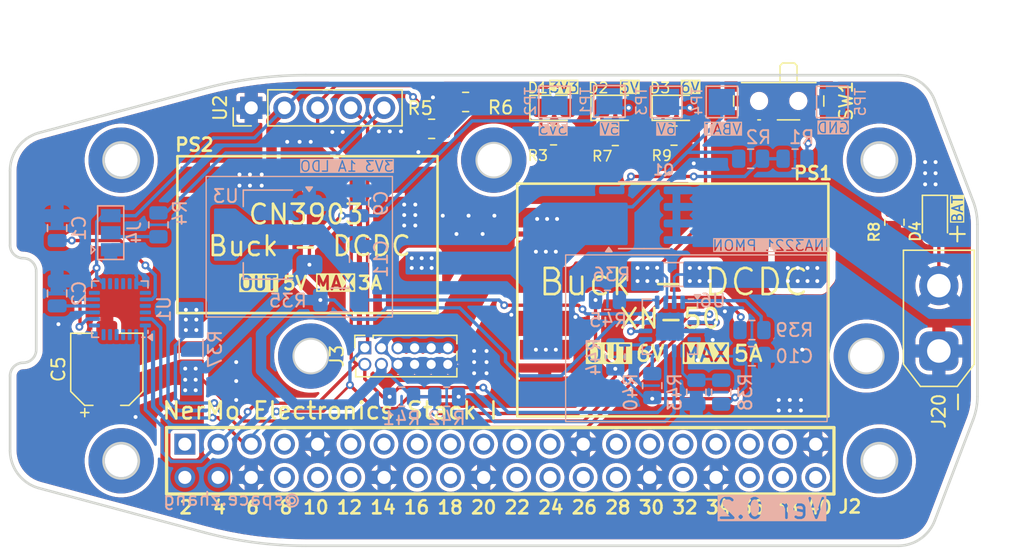
<source format=kicad_pcb>
(kicad_pcb (version 20241229) (generator "pcbnew") (generator_version "9.0")
  (layers (0 "F.Cu" signal) (2 "B.Cu" signal) (13 "F.Paste" user) (15 "B.Paste" user) (5 "F.SilkS" user "F.Silkscreen") (7 "B.SilkS" user "B.Silkscreen") (1 "F.Mask" user) (3 "B.Mask" user) (25 "Edge.Cuts" user))
  (net 0 "")
  (net 1 "+6V")
  (net 2 "GND")
  (net 3 "+3.3V")
  (net 4 "Net-(D1-K)")
  (net 5 "+5V")
  (net 6 "Net-(D2-K)")
  (net 7 "Net-(D3-K)")
  (net 8 "+3.3V_PWR")
  (net 33 "/I2C_SDA")
  (net 34 "/I2C_SCL")
  (net 39 "Net-(J4-Pin_2)")
  (net 40 "Net-(Q1-G)")
  (net 41 "/IMU1_I2C_Sel")
  (net 43 "VBAT_IN")
  (net 44 "VBAT")
  (net 45 "+6V_PWR")
  (net 46 "+5V_PWR")
  (net 47 "/Power Supply/SW_PWR_ON")
  (net 48 "/Power Supply/INA_Addr_Sel")
  (net 49 "Net-(U6-VPU)")
  (net 50 "Net-(U6-PV)")
  (net 51 "Net-(U6-WARNING)")
  (net 52 "Net-(U6-CRITICAL)")
  (net 53 "Net-(U6-TC)")
  (net 54 "Net-(D4-K)")
  (net 55 "Net-(U1-CPOUT)")
  (net 56 "Net-(U1-REGOUT)")
  (footprint "Connector_AMASS:AMASS_XT30UPB-M_1x02_P5.0mm_Vertical" (layer "F.Cu") (at 134.05 103.1 90)
    (property "Reference" "J20")
    (property "Value" "VBAT_IN")
  )
  (footprint "" (layer "F.Cu") (at 100 88.5)
    (property "Reference" "*REF" (hide yes))
    (property "Value" "")
  )
  (footprint "" (layer "F.Cu") (at 86.000035 103.487859)
    (property "Reference" "*REF" (hide yes))
    (property "Value" "")
  )
  (footprint "Resistor_SMD:R_0805_2012Metric" (layer "F.Cu") (at 109.3 86.65)
    (property "Reference" "R7")
    (property "Value" "1k")
  )
  (footprint "Custom_Modules:CN3903 3A DCDC" (layer "F.Cu") (at 96 100.5 180)
    (property "Reference" "PS2")
    (property "Value" "CN3903")
  )
  (footprint "Resistor_SMD:R_0805_2012Metric" (layer "F.Cu") (at 130.65 93.25 -90)
    (property "Reference" "R8")
    (property "Value" "3k")
  )
  (footprint "Custom_Modules:XN-50 5A DCDC" (layer "F.Cu") (at 101.5 90)
    (property "Reference" "PS1")
    (property "Value" "XN-50")
  )
  (footprint "LED_SMD:LED_0805_2012Metric_Pad1.15x1.40mm_HandSolder" (layer "F.Cu") (at 133.75 93.05 -90)
    (property "Reference" "D4")
    (property "Value" "LED")
  )
  (footprint "LED_SMD:LED_0805_2012Metric_Pad1.15x1.40mm_HandSolder" (layer "F.Cu") (at 104.625 84.5)
    (property "Reference" "D1")
    (property "Value" "LED")
  )
  (footprint "Connector_PinHeader_2.54mm:PinHeader_1x05_P2.54mm_Vertical" (layer "F.Cu") (at 81.45 84.5 90)
    (property "Reference" "U2")
    (property "Value" "~")
  )
  (footprint "" (layer "F.Cu") (at 71.5 88.5)
    (property "Reference" "*REF" (hide yes))
    (property "Value" "")
  )
  (footprint "" (layer "F.Cu") (at 129.5 111.5)
    (property "Reference" "*REF" (hide yes))
    (property "Value" "")
  )
  (footprint "Resistor_SMD:R_0805_2012Metric" (layer "F.Cu") (at 113.792 86.625)
    (property "Reference" "R9")
    (property "Value" "2k")
  )
  (footprint "Connector_PinSocket_1.27mm:PinSocket_2x06_P1.27mm_Vertical" (layer "F.Cu") (at 90.135035 102.852859 90)
    (property "Reference" "J3")
    (property "Value" "Conn_02x06_Odd_Even")
  )
  (footprint "LED_SMD:LED_0805_2012Metric_Pad1.15x1.40mm_HandSolder" (layer "F.Cu") (at 113.975 84.5)
    (property "Reference" "D3")
    (property "Value" "LED")
  )
  (footprint "" (layer "F.Cu") (at 129.5 88.5)
    (property "Reference" "*REF" (hide yes))
    (property "Value" "")
  )
  (footprint "" (layer "F.Cu") (at 71.5 111.5)
    (property "Reference" "*REF" (hide yes))
    (property "Value" "")
  )
  (footprint "Resistor_SMD:R_0805_2012Metric" (layer "F.Cu") (at 95.25 86.106)
    (property "Reference" "R5")
    (property "Value" "10k")
  )
  (footprint "Button_Switch_SMD:SW_SPDT_PCM12" (layer "F.Cu") (at 121.8 84.3 180)
    (property "Reference" "SW1")
    (property "Value" "SW_SPDT")
  )
  (footprint "LED_SMD:LED_0805_2012Metric_Pad1.15x1.40mm_HandSolder" (layer "F.Cu") (at 109.3 84.5)
    (property "Reference" "D2")
    (property "Value" "LED")
  )
  (footprint "Custom_Modules:Raspberry_Pi_Zero_2_W_HDR-TH" (layer "F.Cu") (at 100.5 111.5)
    (property "Reference" "J2")
    (property "Value" "Raspberry_Pi_Zero")
  )
  (footprint "Resistor_SMD:R_0805_2012Metric" (layer "F.Cu") (at 97.85 84.05)
    (property "Reference" "R6")
    (property "Value" "10k")
  )
  (footprint "Resistor_SMD:R_0805_2012Metric" (layer "F.Cu") (at 104.575 86.6)
    (property "Reference" "R3")
    (property "Value" "300")
  )
  (footprint "" (layer "F.Cu") (at 128.5 103.487859)
    (property "Reference" "*REF" (hide yes))
    (property "Value" "")
  )
  (footprint "Capacitor_SMD:CP_Elec_5x3" (layer "F.Cu") (at 70.4 104.5 90)
    (property "Reference" "C5")
    (property "Value" "470 µF")
  )
  (footprint "Resistor_SMD:R_1206_3216Metric" (layer "B.Cu") (at 88.2 99.2)
    (property "Reference" "R35")
    (property "Value" "0.05")
  )
  (footprint "Package_DFN_QFN:Texas_RGV0016A_VQFN-16-1EP_4x4mm_P0.65mm_EP2.1x2.1mm" (layer "B.Cu") (at 113.475 101.2375 180)
    (property "Reference" "U6")
    (property "Value" "INA3221")
  )
  (footprint "Resistor_SMD:R_0805_2012Metric" (layer "B.Cu") (at 108.7 99.2 180)
    (property "Reference" "R45")
    (property "Value" "10k")
  )
  (footprint "Capacitor_SMD:C_0805_2012Metric" (layer "B.Cu") (at 89.7 91.8 90)
    (property "Reference" "C9")
    (property "Value" "10 uF")
  )
  (footprint "Resistor_SMD:R_0805_2012Metric" (layer "B.Cu") (at 115.5 106.25 -90)
    (property "Reference" "R43")
    (property "Value" "10k")
  )
  (footprint "Resistor_SMD:R_0805_2012Metric" (layer "B.Cu") (at 109.3 103.55 -90)
    (property "Reference" "R44")
    (property "Value" "10k")
  )
  (footprint "Resistor_SMD:R_1206_3216Metric" (layer "B.Cu") (at 76.85 102.95 90)
    (property "Reference" "R37")
    (property "Value" "0.05")
  )
  (footprint "Resistor_SMD:R_0805_2012Metric" (layer "B.Cu") (at 119.65 88.392 180)
    (property "Reference" "R2")
    (property "Value" "100k")
  )
  (footprint "TestPoint:TestPoint_Pad_2.0x2.0mm" (layer "B.Cu") (at 125.9 84.05)
    (property "Reference" "TP5")
    (property "Value" "GND Test Point")
  )
  (footprint "TestPoint:TestPoint_Pad_2.0x2.0mm" (layer "B.Cu") (at 104.65 84.05)
    (property "Reference" "TP2")
    (property "Value" "3V3 Test Point")
  )
  (footprint "Resistor_SMD:R_0805_2012Metric" (layer "B.Cu") (at 74.35 93.45 -90)
    (property "Reference" "R4")
    (property "Value" "4k7")
  )
  (footprint "Resistor_SMD:R_1206_3216Metric" (layer "B.Cu") (at 113.75 97.25)
    (property "Reference" "R36")
    (property "Value" "0.05")
  )
  (footprint "TestPoint:TestPoint_Pad_2.0x2.0mm" (layer "B.Cu") (at 108.85 84 180)
    (property "Reference" "TP1")
    (property "Value" "5V Test Point")
  )
  (footprint "Capacitor_SMD:C_0805_2012Metric" (layer "B.Cu") (at 66.6 98.7 90)
    (property "Reference" "C2")
    (property "Value" "0.1uF")
  )
  (footprint "Package_TO_SOT_SMD:SOT-223-3_TabPin2" (layer "B.Cu") (at 82.75 94.2 180)
    (property "Reference" "U3")
    (property "Value" "AMS1117-3.3")
  )
  (footprint "Resistor_SMD:R_0805_2012Metric" (layer "B.Cu") (at 117.4 106.25 90)
    (property "Reference" "R38")
    (property "Value" "10k")
  )
  (footprint "Sensor_Motion:InvenSense_QFN-24_4x4mm_P0.5mm" (layer "B.Cu") (at 71.4 99.9 90)
    (property "Reference" "U1")
    (property "Value" "MPU-6050")
  )
  (footprint "TestPoint:TestPoint_Pad_2.0x2.0mm" (layer "B.Cu") (at 113.2 84.05)
    (property "Reference" "TP3")
    (property "Value" "6V Test Point")
  )
  (footprint "Capacitor_SMD:C_0805_2012Metric" (layer "B.Cu") (at 66.6 93.7 90)
    (property "Reference" "C1")
    (property "Value" "2.2uF")
  )
  (footprint "Resistor_SMD:R_0805_2012Metric" (layer "B.Cu") (at 96.4 106.6 180)
    (property "Reference" "R42")
    (property "Value" "10k")
  )
  (footprint "Jumper:SolderJumper-3_P1.3mm_Open_Pad1.0x1.5mm" (layer "B.Cu") (at 70.7 94.05 90)
    (property "Reference" "J4")
    (property "Value" "Address_Sel")
  )
  (footprint "Resistor_SMD:R_0805_2012Metric" (layer "B.Cu") (at 92.95 106.6)
    (property "Reference" "R41")
    (property "Value" "10k")
  )
  (footprint "Capacitor_SMD:C_0805_2012Metric" (layer "B.Cu") (at 119.75 103.5)
    (property "Reference" "C10")
    (property "Value" "0.1 uF")
  )
  (footprint "TestPoint:TestPoint_Pad_2.0x2.0mm" (layer "B.Cu") (at 117.45 84.05)
    (property "Reference" "TP4")
    (property "Value" "VBAT Test Point")
  )
  (footprint "Resistor_SMD:R_0805_2012Metric" (layer "B.Cu") (at 112.125 105.75 -90)
    (property "Reference" "R40")
    (property "Value" "10k")
  )
  (footprint "Resistor_SMD:R_0805_2012Metric" (layer "B.Cu") (at 119.75 101.5 180)
    (property "Reference" "R39")
    (property "Value" "10k")
  )
  (footprint "Resistor_SMD:R_0805_2012Metric" (layer "B.Cu") (at 123.05 88.392 180)
    (property "Reference" "R1")
    (property "Value" "1k")
  )
  (footprint "Capacitor_SMD:C_0805_2012Metric" (layer "B.Cu") (at 89.7 96.05 90)
    (property "Reference" "C11")
    (property "Value" "22 uF")
  )
  (footprint "Package_SO:SOIC-8_3.9x4.9mm_P1.27mm" (layer "B.Cu") (at 111.5 92.71)
    (property "Reference" "Q1")
    (property "Value" "IRF7404")
  )
  (gr_rect (start 105.5 95.75) (end 125.5 108.5) (stroke (width 0.1)) (fill no) (layer "B.SilkS"))
  (gr_rect (start 78 89.75) (end 92.25 100.5) (stroke (width 0.1)) (fill no) (layer "B.SilkS"))
  (gr_arc (start 65 102.999975) (mid 64.707101 103.707108) (end 64 104) (stroke (width 0.2)) (layer "Edge.Cuts"))
  (gr_line (start 133.736002 116.067995) (end 136.672444 108.359834) (stroke (width 0.2)) (layer "Edge.Cuts"))
  (gr_arc (start 64 96) (mid 64.707066 96.292912) (end 64.999925 97.000075) (stroke (width 0.2)) (layer "Edge.Cuts"))
  (gr_line (start 63 89.301975) (end 63 95.012239) (stroke (width 0.2)) (layer "Edge.Cuts"))
  (gr_line (start 65 97.000075) (end 65 102.999975) (stroke (width 0.2)) (layer "Edge.Cuts"))
  (gr_arc (start 63 89.301975) (mid 63.619941 87.475699) (end 65.208258 86.408299) (stroke (width 0.2)) (layer "Edge.Cuts"))
  (gr_line (start 65.223485 113.595782) (end 77.845197 116.977759) (stroke (width 0.2)) (layer "Edge.Cuts"))
  (gr_circle (center 100 88.5) (end 101.3 88.5) (stroke (width 0.2)) (fill no) (layer "Edge.Cuts"))
  (gr_line (start 137 106.579875) (end 137 93.420075) (stroke (width 0.2)) (layer "Edge.Cuts"))
  (gr_circle (center 129.5 88.5) (end 130.85 88.5) (stroke (width 0.2)) (fill no) (layer "Edge.Cuts"))
  (gr_circle (center 86.000035 103.487859) (end 87.300035 103.487859) (stroke (width 0.2)) (fill no) (layer "Edge.Cuts"))
  (gr_arc (start 65.223485 113.595782) (mid 63.619938 112.524304) (end 63 110.719746) (stroke (width 0.2)) (layer "Edge.Cuts"))
  (gr_arc (start 63 104.999925) (mid 63.292881 104.292859) (end 64 104) (stroke (width 0.2)) (layer "Edge.Cuts"))
  (gr_line (start 130.93255 82) (end 85.609829 82) (stroke (width 0.2)) (layer "Edge.Cuts"))
  (gr_arc (start 137 106.579875) (mid 136.917429 107.484805) (end 136.672444 108.359834) (stroke (width 0.2)) (layer "Edge.Cuts"))
  (gr_arc (start 77.845289 83.022216) (mid 81.694043 82.25665) (end 85.609829 82) (stroke (width 0.2)) (layer "Edge.Cuts"))
  (gr_line (start 77.845289 83.022216) (end 65.208258 86.408299) (stroke (width 0.2)) (layer "Edge.Cuts"))
  (gr_circle (center 128.5 103.487859) (end 129.8 103.487859) (stroke (width 0.2)) (fill no) (layer "Edge.Cuts"))
  (gr_circle (center 71.5 111.5) (end 72.85 111.5) (stroke (width 0.2)) (fill no) (layer "Edge.Cuts"))
  (gr_arc (start 136.672465 91.640222) (mid 136.917433 92.515195) (end 137 93.420075) (stroke (width 0.2)) (layer "Edge.Cuts"))
  (gr_arc (start 130.93255 82) (mid 132.634898 82.529781) (end 133.736005 83.932014) (stroke (width 0.2)) (layer "Edge.Cuts"))
  (gr_line (start 85.60985 118) (end 130.952797 118) (stroke (width 0.2)) (layer "Edge.Cuts"))
  (gr_line (start 64.999925 97.000075) (end 65 97.000075) (stroke (width 0.2)) (layer "Edge.Cuts"))
  (gr_circle (center 102.837484 88.44222) (end 102.847484 88.44222) (stroke (width 0.0001)) (fill yes) (layer "Edge.Cuts"))
  (gr_line (start 136.672465 91.640222) (end 133.736005 83.932014) (stroke (width 0.2)) (layer "Edge.Cuts"))
  (gr_circle (center 129.5 111.5) (end 130.85 111.5) (stroke (width 0.2)) (fill no) (layer "Edge.Cuts"))
  (gr_arc (start 85.60985 118) (mid 81.694043 117.743343) (end 77.845197 116.977759) (stroke (width 0.2)) (layer "Edge.Cuts"))
  (gr_circle (center 71.5 88.5) (end 72.85 88.5) (stroke (width 0.2)) (fill no) (layer "Edge.Cuts"))
  (gr_line (start 63 104.999925) (end 63 110.719746) (stroke (width 0.2)) (layer "Edge.Cuts"))
  (gr_arc (start 133.736002 116.067995) (mid 132.634894 117.470204) (end 130.952797 118) (stroke (width 0.2)) (layer "Edge.Cuts"))
  (gr_arc (start 64 96) (mid 63.292852 95.707126) (end 63 95.012239) (stroke (width 0.2)) (layer "Edge.Cuts"))
  (gr_text "BAT" (at 135.95 93.4 90) (layer "F.SilkS" knockout) (effects (font (size 0.8 0.8) (thickness 0.12)) (justify left bottom)))
  (gr_text "18" (at 95.583334 115.65 0) (layer "F.SilkS") (effects (font (size 1 1) (thickness 0.2) (bold yes)) (justify left bottom)))
  (gr_text "6V" (at 110.75 104 0) (layer "F.SilkS") (effects (font (size 1.2 1.2) (thickness 0.2)) (justify left bottom)))
  (gr_text "14" (at 90.45 115.65 0) (layer "F.SilkS") (effects (font (size 1 1) (thickness 0.2) (bold yes)) (justify left bottom)))
  (gr_text "32" (at 113.55 115.65 0) (layer "F.SilkS") (effects (font (size 1 1) (thickness 0.2) (bold yes)) (justify left bottom)))
  (gr_text "38" (at 121.25 115.65 0) (layer "F.SilkS") (effects (font (size 1 1) (thickness 0.2) (bold yes)) (justify left bottom)))
  (gr_text "5V" (at 83.75 98.5 0) (layer "F.SilkS") (effects (font (size 1 1) (thickness 0.2)) (justify left bottom)))
  (gr_text "3A" (at 89.5 98.478185 0) (layer "F.SilkS") (effects (font (size 1 1) (thickness 0.2)) (justify left bottom)))
  (gr_text "4" (at 78.4 115.65 0) (layer "F.SilkS") (effects (font (size 1 1) (thickness 0.2) (bold yes)) (justify left bottom)))
  (gr_text "40" (at 123.816667 115.65 0) (layer "F.SilkS") (effects (font (size 1 1) (thickness 0.2) (bold yes)) (justify left bottom)))
  (gr_text "34" (at 116.116667 115.65 0) (layer "F.SilkS") (effects (font (size 1 1) (thickness 0.2) (bold yes)) (justify left bottom)))
  (gr_text "5V" (at 109.57 83.4 0) (layer "F.SilkS" knockout) (effects (font (size 0.8 0.8) (thickness 0.12)) (justify left bottom)))
  (gr_text "MAX" (at 114.264966 104.021815 0) (layer "F.SilkS" knockout) (effects (font (size 1.2 1.2) (thickness 0.2)) (justify left bottom)))
  (gr_text "3V3" (at 104.195 83.4 0) (layer "F.SilkS" knockout) (effects (font (size 0.8 0.8) (thickness 0.12)) (justify left bottom)))
  (gr_text "OUT" (at 80.414966 98.521815 0) (layer "F.SilkS" knockout) (effects (font (size 1 1) (thickness 0.2)) (justify left bottom)))
  (gr_text "OUT" (at 106.914966 104.021815 0) (layer "F.SilkS" knockout) (effects (font (size 1.2 1.2) (thickness 0.2)) (justify left bottom)))
  (gr_text "6" (at 80.95 115.65 0) (layer "F.SilkS") (effects (font (size 1 1) (thickness 0.2) (bold yes)) (justify left bottom)))
  (gr_text "24" (at 103.283334 115.65 0) (layer "F.SilkS") (effects (font (size 1 1) (thickness 0.2) (bold yes)) (justify left bottom)))
  (gr_text "28" (at 108.416667 115.65 0) (layer "F.SilkS") (effects (font (size 1 1) (thickness 0.2) (bold yes)) (justify left bottom)))
  (gr_text "6V" (at 114.22 83.4 0) (layer "F.SilkS" knockout) (effects (font (size 0.8 0.8) (thickness 0.12)) (justify left bottom)))
  (gr_text "30" (at 110.983334 115.65 0) (layer "F.SilkS") (effects (font (size 1 1) (thickness 0.2) (bold yes)) (justify left bottom)))
  (gr_text "22" (at 100.716667 115.65 0) (layer "F.SilkS") (effects (font (size 1 1) (thickness 0.2) (bold yes)) (justify left bottom)))
  (gr_text "10" (at 85.316667 115.65 0) (layer "F.SilkS") (effects (font (size 1 1) (thickness 0.2) (bold yes)) (justify left bottom)))
  (gr_text "26" (at 105.85 115.65 0) (layer "F.SilkS") (effects (font (size 1 1) (thickness 0.2) (bold yes)) (justify left bottom)))
  (gr_text "12" (at 87.883334 115.65 0) (layer "F.SilkS") (effects (font (size 1 1) (thickness 0.2) (bold yes)) (justify left bottom)))
  (gr_text "36" (at 118.683334 115.65 0) (layer "F.SilkS") (effects (font (size 1 1) (thickness 0.2) (bold yes)) (justify left bottom)))
  (gr_text "2" (at 75.85 115.65 0) (layer "F.SilkS") (effects (font (size 1 1) (thickness 0.2) (bold yes)) (justify left bottom)))
  (gr_text "16" (at 93.016667 115.65 0) (layer "F.SilkS") (effects (font (size 1 1) (thickness 0.2) (bold yes)) (justify left bottom)))
  (gr_text "20" (at 98.15 115.65 0) (layer "F.SilkS") (effects (font (size 1 1) (thickness 0.2) (bold yes)) (justify left bottom)))
  (gr_text "NerMo Electronics Stack I" (at 74.525 108.425 0) (layer "F.SilkS") (effects (font (size 1.3 1.3) (thickness 0.2) (bold yes)) (justify left bottom)))
  (gr_text "8" (at 83.5 115.65 0) (layer "F.SilkS") (effects (font (size 1 1) (thickness 0.2) (bold yes)) (justify left bottom)))
  (gr_text "MAX" (at 86.25 98.5 0) (layer "F.SilkS" knockout) (effects (font (size 1 1) (thickness 0.2)) (justify left bottom)))
  (gr_text "5A" (at 118.25 104 0) (layer "F.SilkS") (effects (font (size 1.2 1.2) (thickness 0.2)) (justify left bottom)))
  (gr_text "INA3221 PMON" (at 125.75 95.5 0) (layer "B.SilkS" knockout) (effects (font (size 0.8 0.8) (thickness 0.1)) (justify left bottom mirror)))
  (gr_text "5V" (at 109.688889 86.6 0) (layer "B.SilkS" knockout) (effects (font (size 0.8 0.8) (thickness 0.1)) (justify left bottom mirror)))
  (gr_text "Ver 0.2" (at 125.45 116.05 0) (layer "B.SilkS" knockout) (effects (font (size 1.5 1.5) (thickness 0.2)) (justify left bottom mirror)))
  (gr_text "@space.zhang" (at 85.325 115 0) (layer "B.SilkS") (effects (font (size 1 1)) (justify left bottom mirror)))
  (gr_text "VBAT" (at 119 86.6 0) (layer "B.SilkS" knockout) (effects (font (size 0.8 0.8) (thickness 0.1)) (justify left bottom mirror)))
  (gr_text "3V3 1A LDO" (at 92.405392 89.44424 0) (layer "B.SilkS" knockout) (effects (font (size 0.8 0.8) (thickness 0.1)) (justify left bottom mirror)))
  (gr_text "GND" (at 127.25 86.5 0) (layer "B.SilkS" knockout) (effects (font (size 0.8 0.8) (thickness 0.1)) (justify left bottom mirror)))
  (gr_text "3V3" (at 105.7 86.6 0) (layer "B.SilkS" knockout) (effects (font (size 0.8 0.8) (thickness 0.1)) (justify left bottom mirror)))
  (gr_text "6V" (at 114 86.6 0) (layer "B.SilkS" knockout) (effects (font (size 0.8 0.8) (thickness 0.1)) (justify left bottom mirror)))
  (segment (start 115 84.5) (end 116.2 85.7) (width 0.254) (layer "F.Cu") (net 1))
  (segment (start 116.2 93.034) (end 112.5 96.734) (width 0.254) (layer "F.Cu") (net 1))
  (segment (start 116.2 85.7) (end 116.2 93.034) (width 0.254) (layer "F.Cu") (net 1))
  (via (at 112.5 96.734) (size 0.6) (drill 0.3) (layers "F.Cu" "B.Cu") (net 1))
  (via (at 112.5 97.75) (size 0.6) (drill 0.3) (layers "F.Cu" "B.Cu") (net 1))
  (via (at 111 96.75) (size 0.6) (drill 0.3) (layers "F.Cu" "B.Cu") (net 1))
  (via (at 111 97.75) (size 0.6) (drill 0.3) (layers "F.Cu" "B.Cu") (net 1))
  (via (at 111.75 97.75) (size 0.6) (drill 0.3) (layers "F.Cu" "B.Cu") (net 1))
  (via (at 111.75 96.75) (size 0.6) (drill 0.3) (layers "F.Cu" "B.Cu") (net 1))
  (via (at 115 84.5) (size 0.6) (drill 0.3) (layers "F.Cu" "B.Cu") (net 1))
  (segment (start 115 84.5) (end 113.633333 84.5) (width 0.254) (layer "B.Cu") (net 1))
  (segment (start 112.2875 97.25) (end 113 97.25) (width 0.2) (layer "B.Cu") (net 1))
  (segment (start 113.633333 84.5) (end 113.183333 84.05) (width 0.254) (layer "B.Cu") (net 1))
  (segment (start 113.25 97.5) (end 113.25 99.275) (width 0.2) (layer "B.Cu") (net 1))
  (segment (start 113 97.25) (end 113.25 97.5) (width 0.2) (layer "B.Cu") (net 1))
  (segment (start 113.25 99.275) (end 113.15 99.375) (width 0.2) (layer "B.Cu") (net 1))
  (segment (start 92.675035 102.852859) (end 96.485035 102.852859) (width 0.8) (layer "B.Cu") (net 1))
  (via (at 98.075 92.75) (size 0.6) (drill 0.3) (layers "F.Cu" "B.Cu") (net 2))
  (via (at 98.5 104.8) (size 0.6) (drill 0.3) (layers "F.Cu" "B.Cu") (net 2))
  (via (at 100.05 92.75) (size 0.6) (drill 0.3) (layers "F.Cu" "B.Cu") (net 2))
  (via (at 97.15 94.15) (size 0.6) (drill 0.3) (layers "F.Cu" "B.Cu") (net 2))
  (via (at 101.346 100.33) (size 0.6) (drill 0.3) (layers "F.Cu" "B.Cu") (net 2))
  (via (at 82.25 89.6) (size 0.6) (drill 0.3) (layers "F.Cu" "B.Cu") (net 2))
  (via (at 133 90.35) (size 0.6) (drill 0.3) (layers "F.Cu" "B.Cu") (net 2))
  (via (at 86 87.1) (size 0.6) (drill 0.3) (layers "F.Cu" "B.Cu") (net 2))
  (via (at 122.65 106.85) (size 0.6) (drill 0.3) (layers "F.Cu" "B.Cu") (net 2))
  (via (at 116.75 102.25) (size 0.6) (drill 0.3) (layers "F.Cu" "B.Cu") (net 2))
  (via (at 84.2 87.1) (size 0.6) (drill 0.3) (layers "F.Cu" "B.Cu") (net 2))
  (via (at 96.1 92.75) (size 0.6) (drill 0.3) (layers "F.Cu" "B.Cu") (net 2))
  (via (at 123.5 106.85) (size 0.6) (drill 0.3) (layers "F.Cu" "B.Cu") (net 2))
  (via (at 99.45 103.95) (size 0.6) (drill 0.3) (layers "F.Cu" "B.Cu") (net 2))
  (via (at 94 92.7) (size 0.6) (drill 0.3) (layers "F.Cu" "B.Cu") (net 2))
  (via (at 81.35 90.45) (size 0.6) (drill 0.3) (layers "F.Cu" "B.Cu") (net 2))
  (via (at 93.15 92.7) (size 0.6) (drill 0.3) (layers "F.Cu" "B.Cu") (net 2))
  (via (at 99.45 103.1) (size 0.6) (drill 0.3) (layers "F.Cu" "B.Cu") (net 2))
  (via (at 80.55 90.45) (size 0.6) (drill 0.3) (layers "F.Cu" "B.Cu") (net 2))
  (via (at 94 91.9) (size 0.6) (drill 0.3) (layers "F.Cu" "B.Cu") (net 2))
  (via (at 123.5 107.65) (size 0.6) (drill 0.3) (layers "F.Cu" "B.Cu") (net 2))
  (via (at 98.5 103.1) (size 0.6) (drill 0.3) (layers "F.Cu" "B.Cu") (net 2))
  (via (at 72.6 108.15) (size 0.6) (drill 0.3) (layers "F.Cu" "B.Cu") (net 2))
  (via (at 133 89.5) (size 0.6) (drill 0.3) (layers "F.Cu" "B.Cu") (net 2))
  (via (at 80.3 105.4) (size 0.6) (drill 0.3) (layers "F.Cu" "B.Cu") (net 2))
  (via (at 81.35 89.6) (size 0.6) (drill 0.3) (layers "F.Cu" "B.Cu") (net 2))
  (via (at 87.65 86.35) (size 0.6) (drill 0.3) (layers "F.Cu" "B.Cu") (net 2))
  (via (at 98.5 103.95) (size 0.6) (drill 0.3) (layers "F.Cu" "B.Cu") (net 2))
  (via (at 133.8 89.5) (size 0.6) (drill 0.3) (layers "F.Cu" "B.Cu") (net 2))
  (via (at 93.15 93.5) (size 0.6) (drill 0.3) (layers "F.Cu" "B.Cu") (net 2))
  (via (at 121.8 106.85) (size 0.6) (drill 0.3) (layers "F.Cu" "B.Cu") (net 2))
  (via (at 80.3 103.95) (size 0.6) (drill 0.3) (layers "F.Cu" "B.Cu") (net 2))
  (via (at 106.25 100.5) (size 0.6) (drill 0.3) (layers "F.Cu" "B.Cu") (net 2))
  (via (at 133.8 90.35) (size 0.6) (drill 0.3) (layers "F.Cu" "B.Cu") (net 2))
  (via (at 117.681644 100.068356) (size 0.6) (drill 0.3) (layers "F.Cu" "B.Cu") (net 2))
  (via (at 93.15 91.9) (size 0.6) (drill 0.3) (layers "F.Cu" "B.Cu") (net 2))
  (via (at 115.3 88.75) (size 0.6) (drill 0.3) (layers "F.Cu" "B.Cu") (net 2))
  (via (at 122.65 107.65) (size 0.6) (drill 0.3) (layers "F.Cu" "B.Cu") (net 2))
  (via (at 92.05 86.3) (size 0.6) (drill 0.3) (layers "F.Cu" "B.Cu") (net 2))
  (via (at 92.9 86.3) (size 0.6) (drill 0.3) (layers "F.Cu" "B.Cu") (net 2))
  (via (at 99.45 104.8) (size 0.6) (drill 0.3) (layers "F.Cu" "B.Cu") (net 2))
  (via (at 94.234 87.884) (size 0.6) (drill 0.3) (layers "F.Cu" "B.Cu") (net 2))
  (via (at 85.15 87.1) (size 0.6) (drill 0.3) (layers "F.Cu" "B.Cu") (net 2))
  (via (at 94 93.5) (size 0.6) (drill 0.3) (layers "F.Cu" "B.Cu") (net 2))
  (via (at 80.3 106.85) (size 0.6) (drill 0.3) (layers "F.Cu" "B.Cu") (net 2))
  (via (at 82.25 90.45) (size 0.6) (drill 0.3) (layers "F.Cu" "B.Cu") (net 2))
  (via (at 133 88.65) (size 0.6) (drill 0.3) (layers "F.Cu" "B.Cu") (net 2))
  (via (at 121.8 107.65) (size 0.6) (drill 0.3) (layers "F.Cu" "B.Cu") (net 2))
  (via (at 80.55 89.6) (size 0.6) (drill 0.3) (layers "F.Cu" "B.Cu") (net 2))
  (via (at 95.35 83.7) (size 0.6) (drill 0.3) (layers "F.Cu" "B.Cu") (net 2))
  (via (at 123.6 103) (size 0.6) (drill 0.3) (layers "F.Cu" "B.Cu") (net 2))
  (via (at 99.15 94.15) (size 0.6) (drill 0.3) (layers "F.Cu" "B.Cu") (net 2))
  (via (at 115.6 103.8) (size 0.6) (drill 0.3) (layers "F.Cu" "B.Cu") (net 2))
  (via (at 133.8 88.65) (size 0.6) (drill 0.3) (layers "F.Cu" "B.Cu") (net 2))
  (via (at 66.7 101.05) (size 0.6) (drill 0.3) (layers "F.Cu" "B.Cu") (net 2))
  (via (at 91.2 86.3) (size 0.6) (drill 0.3) (layers "F.Cu" "B.Cu") (net 2))
  (via (at 88.45 86.35) (size 0.6) (drill 0.3) (layers "F.Cu" "B.Cu") (net 2))
  (segment (start 69.45 100.15) (end 68 100.15) (width 0.254) (layer "B.Cu") (net 2))
  (segment (start 92.675035 104.122859) (end 96.485035 104.122859) (width 0.8) (layer "B.Cu") (net 2))
  (segment (start 68 100.15) (end 67.1 101.05) (width 0.254) (layer "B.Cu") (net 2))
  (segment (start 113.8 101.5625) (end 115.3375 101.5625) (width 0.254) (layer "B.Cu") (net 2))
  (segment (start 68 99.15) (end 66.6 97.75) (width 0.254) (layer "B.Cu") (net 2))
  (segment (start 67.1 101.05) (end 66.7 101.05) (width 0.254) (layer "B.Cu") (net 2))
  (segment (start 113.475 101.2375) (end 113.8 101.5625) (width 0.254) (layer "B.Cu") (net 2))
  (segment (start 69.45 99.15) (end 68 99.15) (width 0.254) (layer "B.Cu") (net 2))
  (segment (start 68.3 101.25) (end 68.35 101.2) (width 0.254) (layer "F.Cu") (net 3))
  (segment (start 93.83 83.67) (end 96.266 86.106) (width 0.254) (layer "F.Cu") (net 3))
  (segment (start 99.3405 83.472) (end 98.7625 84.05) (width 0.254) (layer "F.Cu") (net 3))
  (segment (start 104.622 83.472) (end 104.55 83.472) (width 0.254) (layer "F.Cu") (net 3))
  (segment (start 109.3 105.05) (end 109.3 104.4625) (width 0.254) (layer "F.Cu") (net 3))
  (segment (start 106.472 107.878) (end 109.3 105.05) (width 0.254) (layer "F.Cu") (net 3))
  (segment (start 118.3625 106.75) (end 112.125 106.75) (width 0.254) (layer "F.Cu") (net 3))
  (segment (start 105.65 84.5) (end 104.622 83.472) (width 0.254) (layer "F.Cu") (net 3))
  (segment (start 68.35 101.2) (end 68.35 98.022) (width 0.254) (layer "F.Cu") (net 3))
  (segment (start 84.999 97.4615) (end 86.7375 99.2) (width 0.8) (layer "F.Cu") (net 3))
  (segment (start 96.1625 86.106) (end 96.1625 86.0025) (width 0.254) (layer "F.Cu") (net 3))
  (segment (start 82.999 85.491) (end 82.999 89.074793) (width 0.8) (layer "F.Cu") (net 3))
  (segment (start 95.578 107.878) (end 106.472 107.878) (width 0.254) (layer "F.Cu") (net 3))
  (segment (start 96.1625 86.0025) (end 93.83 83.67) (width 0.254) (layer "F.Cu") (net 3))
  (segment (start 107.7875 99.2) (end 107.7875 102.95) (width 0.254) (layer "F.Cu") (net 3))
  (segment (start 83.99 84.5) (end 82.999 85.491) (width 0.8) (layer "F.Cu") (net 3))
  (segment (start 96.7065 86.106) (end 98.7625 84.05) (width 0.254) (layer "F.Cu") (net 3))
  (segment (start 95.5 107.8) (end 95.578 107.878) (width 0.254) (layer "F.Cu") (net 3))
  (segment (start 84.999 91.074793) (end 84.999 97.4615) (width 0.8) (layer "F.Cu") (net 3))
  (segment (start 104.55 83.472) (end 99.3405 83.472) (width 0.254) (layer "F.Cu") (net 3))
  (segment (start 96.266 86.106) (end 96.7065 86.106) (width 0.254) (layer "F.Cu") (net 3))
  (segment (start 118.45625 106.65625) (end 118.3625 106.75) (width 0.254) (layer "F.Cu") (net 3))
  (segment (start 68.35 98.022) (end 69.622 96.75) (width 0.254) (layer "F.Cu") (net 3))
  (segment (start 107.7875 102.95) (end 109.3 104.4625) (width 0.254) (layer "F.Cu") (net 3))
  (segment (start 82.999 89.074793) (end 84.999 91.074793) (width 0.8) (layer "F.Cu") (net 3))
  (via (at 104.55 83.472) (size 0.6) (drill 0.3) (layers "F.Cu" "B.Cu") (net 3))
  (via (at 118.45625 106.65625) (size 0.6) (drill 0.3) (layers "F.Cu" "B.Cu") (net 3))
  (via (at 86.7375 99.2) (size 0.6) (drill 0.3) (layers "F.Cu" "B.Cu") (net 3))
  (via (at 68.3 101.25) (size 0.6) (drill 0.3) (layers "F.Cu" "B.Cu") (net 3))
  (via (at 107.7875 99.2) (size 0.6) (drill 0.3) (layers "F.Cu" "B.Cu") (net 3))
  (via (at 69.622 96.75) (size 0.6) (drill 0.3) (layers "F.Cu" "B.Cu") (net 3))
  (via (at 93.83 83.67) (size 0.6) (drill 0.3) (layers "F.Cu" "B.Cu") (net 3))
  (via (at 109.3 104.4625) (size 0.6) (drill 0.3) (layers "F.Cu" "B.Cu") (net 3))
  (via (at 112.125 106.75) (size 0.6) (drill 0.3) (layers "F.Cu" "B.Cu") (net 3))
  (via (at 95.5 107.8) (size 0.6) (drill 0.3) (layers "F.Cu" "B.Cu") (net 3))
  (segment (start 119.299938 105.812562) (end 118.45625 106.65625) (width 0.2) (layer "B.Cu") (net 3))
  (segment (start 86.7375 99.2) (end 84.8 99.2) (width 0.8) (layer "B.Cu") (net 3))
  (segment (start 93.482 83.322) (end 85.168 83.322) (width 0.254) (layer "B.Cu") (net 3))
  (segment (start 97.4 99.8) (end 100.9 103.3) (width 0.254) (layer "B.Cu") (net 3))
  (segment (start 91.8 99.8) (end 97.4 99.8) (width 0.254) (layer "B.Cu") (net 3))
  (segment (start 116.75 103.5) (end 118.8 103.5) (width 0.2) (layer "B.Cu") (net 3))
  (segment (start 89.273 100.673) (end 87.8 99.2) (width 0.254) (layer "B.Cu") (net 3))
  (segment (start 119.299938 103.999938) (end 119.299938 105.812562) (width 0.2) (layer "B.Cu") (net 3))
  (segment (start 91.1 100.5) (end 90.927 100.673) (width 0.254) (layer "B.Cu") (net 3))
  (segment (start 69.622 97.422) (end 70.15 97.95) (width 0.254) (layer "B.Cu") (net 3))
  (segment (start 91.3175 104.9175) (end 91.405035 104.829965) (width 0.8) (layer "B.Cu") (net 3))
  (segment (start 95.4875 106.6) (end 93.75 106.6) (width 0.254) (layer "B.Cu") (net 3))
  (segment (start 78.55 86.8) (end 81.69 86.8) (width 0.254) (layer "B.Cu") (net 3))
  (segment (start 95.5 106.6125) (end 95.4875 106.6) (width 0.254) (layer "B.Cu") (net 3))
  (segment (start 100.9 103.3) (end 100.9 103.9) (width 0.254) (layer "B.Cu") (net 3))
  (segment (start 70.7 92.75) (end 70.7 93.1) (width 0.254) (layer "B.Cu") (net 3))
  (segment (start 118.45625 106.65625) (end 117.95 107.1625) (width 0.2) (layer "B.Cu") (net 3))
  (segment (start 70.7 92.75) (end 70.094 92.75) (width 0.254) (layer "B.Cu") (net 3))
  (segment (start 92.100859 104.950859) (end 91.350859 104.950859) (width 0.254) (layer "B.Cu") (net 3))
  (segment (start 72.6 92.75) (end 78.55 86.8) (width 0.254) (layer "B.Cu") (net 3))
  (segment (start 81.69 86.8) (end 83.99 84.5) (width 0.254) (layer "B.Cu") (net 3))
  (segment (start 91.1 100.5) (end 91.8 99.8) (width 0.254) (layer "B.Cu") (net 3))
  (segment (start 111.5875 106.75) (end 112.125 106.75) (width 0.2) (layer "B.Cu") (net 3))
  (segment (start 68.9 100.65) (end 69.45 100.65) (width 0.254) (layer "B.Cu") (net 3))
  (segment (start 85.168 83.322) (end 83.99 84.5) (width 0.254) (layer "B.Cu") (net 3))
  (segment (start 100.9 103.9) (end 102 105) (width 0.254) (layer "B.Cu") (net 3))
  (segment (start 82.2 101.8) (end 82.2 104.6) (width 0.8) (layer "B.Cu") (net 3))
  (segment (start 69.622 96.75) (end 69.622 97.422) (width 0.254) (layer "B.Cu") (net 3))
  (segment (start 68.3 101.25) (end 68.9 100.65) (width 0.254) (layer "B.Cu") (net 3))
  (segment (start 84.8 107.2) (end 89.035 107.2) (width 0.8) (layer "B.Cu") (net 3))
  (segment (start 87.8 99.2) (end 86.7375 99.2) (width 0.254) (layer "B.Cu") (net 3))
  (segment (start 91.405035 104.829965) (end 91.405035 104.122859) (width 0.8) (layer "B.Cu") (net 3))
  (segment (start 90.927 100.673) (end 89.273 100.673) (width 0.254) (layer "B.Cu") (net 3))
  (segment (start 102 105) (end 105.1625 105) (width 0.254) (layer "B.Cu") (net 3))
  (segment (start 109.3 104.4625) (end 111.5875 106.75) (width 0.2) (layer "B.Cu") (net 3))
  (segment (start 109.25 100.9125) (end 111.6125 100.9125) (width 0.254) (layer "B.Cu") (net 3))
  (segment (start 115.4625 102.2125) (end 116.75 103.5) (width 0.2) (layer "B.Cu") (net 3))
  (segment (start 89.035 107.2) (end 91.3175 104.9175) (width 0.8) (layer "B.Cu") (net 3))
  (segment (start 118.8 103.5) (end 119.299938 103.999938) (width 0.2) (layer "B.Cu") (net 3))
  (segment (start 91.350859 104.950859) (end 91.3175 104.9175) (width 0.254) (layer "B.Cu") (net 3))
  (segment (start 105.1625 105) (end 109.25 100.9125) (width 0.254) (layer "B.Cu") (net 3))
  (segment (start 69.622 93.222) (end 69.622 96.75) (width 0.254) (layer "B.Cu") (net 3))
  (segment (start 84.8 99.2) (end 82.2 101.8) (width 0.8) (layer "B.Cu") (net 3))
  (segment (start 82.2 104.6) (end 84.8 107.2) (width 0.8) (layer "B.Cu") (net 3))
  (segment (start 70.094 92.75) (end 69.622 93.222) (width 0.254) (layer "B.Cu") (net 3))
  (segment (start 93.75 106.6) (end 92.100859 104.950859) (width 0.254) (layer "B.Cu") (net 3))
  (segment (start 70.7 92.75) (end 72.6 92.75) (width 0.254) (layer "B.Cu") (net 3))
  (segment (start 115.3375 102.2125) (end 115.4625 102.2125) (width 0.2) (layer "B.Cu") (net 3))
  (segment (start 95.5 107.8) (end 95.5 106.6125) (width 0.254) (layer "B.Cu") (net 3))
  (segment (start 93.83 83.67) (end 93.482 83.322) (width 0.254) (layer "B.Cu") (net 3))
  (segment (start 103.6 84.5) (end 103.6 86.5375) (width 0.254) (layer "F.Cu") (net 4))
  (segment (start 103.6 86.5375) (end 103.6625 86.6) (width 0.254) (layer "F.Cu") (net 4))
  (segment (start 115.0645 100.2855) (end 106.892 108.458) (width 0.254) (layer "F.Cu") (net 5))
  (segment (start 88.35 92.75) (end 85.9 95.2) (width 0.254) (layer "F.Cu") (net 5))
  (segment (start 116.494027 100.2855) (end 115.0645 100.2855) (width 0.254) (layer "F.Cu") (net 5))
  (segment (start 77.725 105.3) (end 77.2 105.3) (width 0.254) (layer "F.Cu") (net 5))
  (segment (start 88.4 92.75) (end 88.35 92.75) (width 0.254) (layer "F.Cu") (net 5))
  (segment (start 80.883 108.458) (end 77.725 105.3) (width 0.254) (layer "F.Cu") (net 5))
  (segment (start 106.892 108.458) (end 80.883 108.458) (width 0.254) (layer "F.Cu") (net 5))
  (segment (start 85.9 95.2) (end 85.9 96.5) (width 0.254) (layer "F.Cu") (net 5))
  (via (at 77.2 104.45) (size 0.6) (drill 0.3) (layers "F.Cu" "B.Cu") (net 5))
  (via (at 77.2 106.1) (size 0.6) (drill 0.3) (layers "F.Cu" "B.Cu") (net 5))
  (via (at 76.4 105.3) (size 0.6) (drill 0.3) (layers "F.Cu" "B.Cu") (net 5))
  (via (at 110.325 84.5) (size 0.6) (drill 0.3) (layers "F.Cu" "B.Cu") (net 5))
  (via (at 85.9 96.5) (size 0.6) (drill 0.3) (layers "F.Cu" "B.Cu") (net 5))
  (via (at 76.4 104.45) (size 0.6) (drill 0.3) (layers "F.Cu" "B.Cu") (net 5))
  (via (at 77.2 105.3) (size 0.6) (drill 0.3) (layers "F.Cu" "B.Cu") (net 5))
  (via (at 116.494027 100.2855) (size 0.6) (drill 0.3) (layers "F.Cu" "B.Cu") (net 5))
  (via (at 76.4 106.1) (size 0.6) (drill 0.3) (layers "F.Cu" "B.Cu") (net 5))
  (via (at 88.4 92.75) (size 0.6) (drill 0.3) (layers "F.Cu" "B.Cu") (net 5))
  (segment (start 88.4 92.75) (end 91.100856 92.75) (width 0.254) (layer "B.Cu") (net 5))
  (segment (start 116.494027 100.2855) (end 116.131764 100.2855) (width 0.254) (layer "B.Cu") (net 5))
  (segment (start 91.100856 92.75) (end 98.350856 85.5) (width 0.254) (layer "B.Cu") (net 5))
  (segment (start 107.466667 85.5) (end 108.466667 84.5) (width 0.254) (layer "B.Cu") (net 5))
  (segment (start 98.350856 85.5) (end 107.466667 85.5) (width 0.254) (layer "B.Cu") (net 5))
  (segment (start 77.9875 104.4125) (end 85.9 96.5) (width 0.8) (layer "B.Cu") (net 5))
  (segment (start 116.131764 100.2855) (end 116.108764 100.2625) (width 0.254) (layer "B.Cu") (net 5))
  (segment (start 76.85 104.4125) (end 77.9875 104.4125) (width 0.8) (layer "B.Cu") (net 5))
  (segment (start 108.466667 84.5) (end 110.325 84.5) (width 0.254) (layer "B.Cu") (net 5))
  (segment (start 116.108764 100.2625) (end 115.3375 100.2625) (width 0.254) (layer "B.Cu") (net 5))
  (segment (start 108.275 86.5375) (end 108.3875 86.65) (width 0.254) (layer "F.Cu") (net 6))
  (segment (start 108.275 84.5) (end 108.275 86.5375) (width 0.254) (layer "F.Cu") (net 6))
  (segment (start 112.95 86.7975) (end 112.8795 86.868) (width 0.254) (layer "F.Cu") (net 7))
  (segment (start 112.95 84.5) (end 112.95 86.7975) (width 0.254) (layer "F.Cu") (net 7))
  (segment (start 100.8 99.6) (end 106.480094 99.6) (width 0.254) (layer "F.Cu") (net 8))
  (segment (start 106.480094 99.6) (end 106.78814 99.908046) (width 0.254) (layer "F.Cu") (net 8))
  (via (at 100.8 99.6) (size 0.6) (drill 0.3) (layers "F.Cu" "B.Cu") (net 8))
  (via (at 106.78814 99.908046) (size 0.6) (drill 0.3) (layers "F.Cu" "B.Cu") (net 8))
  (segment (start 106.78814 99.98814) (end 107.0625 100.2625) (width 0.254) (layer "B.Cu") (net 8))
  (segment (start 107.0625 100.2625) (end 111.6125 100.2625) (width 0.254) (layer "B.Cu") (net 8))
  (segment (start 89.6625 99.2) (end 100.4 99.2) (width 0.254) (layer "B.Cu") (net 8))
  (segment (start 100.4 99.2) (end 100.8 99.6) (width 0.254) (layer "B.Cu") (net 8))
  (segment (start 106.78814 99.908046) (end 106.78814 99.98814) (width 0.254) (layer "B.Cu") (net 8))
  (segment (start 90.135035 104.122859) (end 90.135035 105.235035) (width 0.254) (layer "F.Cu") (net 33))
  (segment (start 90.135035 105.235035) (end 91.5 106.6) (width 0.254) (layer "F.Cu") (net 33))
  (segment (start 99.2 105.9) (end 92.7375 105.9) (width 0.254) (layer "F.Cu") (net 33))
  (segment (start 86.457718 107.188) (end 89.522859 104.122859) (width 0.254) (layer "F.Cu") (net 33))
  (segment (start 95.6875 82.8) (end 96.9375 84.05) (width 0.254) (layer "F.Cu") (net 33))
  (segment (start 86.366718 107.097) (end 81.828 107.097) (width 0.254) (layer "F.Cu") (net 33))
  (segment (start 91.5 106.6) (end 92.0375 106.6) (width 0.254) (layer "F.Cu") (net 33))
  (segment (start 87.9 82.8) (end 95.6875 82.8) (width 0.254) (layer "F.Cu") (net 33))
  (segment (start 86.53 86.53) (end 86.53 84.5) (width 0.254) (layer "F.Cu") (net 33))
  (segment (start 89.522859 104.122859) (end 89.1 103.7) (width 0.254) (layer "F.Cu") (net 33))
  (segment (start 81.175 107.75) (end 81.125 107.8) (width 0.254) (layer "F.Cu") (net 33))
  (segment (start 89.1 89.1) (end 86.53 86.53) (width 0.254) (layer "F.Cu") (net 33))
  (segment (start 90.135035 104.122859) (end 89.522859 104.122859) (width 0.254) (layer "F.Cu") (net 33))
  (segment (start 92.7375 105.9) (end 92.0375 106.6) (width 0.254) (layer "F.Cu") (net 33))
  (segment (start 86.53 84.5) (end 86.53 84.17) (width 0.254) (layer "F.Cu") (net 33))
  (segment (start 81.828 107.097) (end 81.175 107.75) (width 0.254) (layer "F.Cu") (net 33))
  (segment (start 89.1 103.7) (end 89.1 89.1) (width 0.254) (layer "F.Cu") (net 33))
  (segment (start 86.53 84.17) (end 87.9 82.8) (width 0.254) (layer "F.Cu") (net 33))
  (segment (start 86.457718 107.188) (end 86.366718 107.097) (width 0.254) (layer "F.Cu") (net 33))
  (via (at 81.175 107.75) (size 0.6) (drill 0.3) (layers "F.Cu" "B.Cu") (net 33))
  (via (at 99.2 105.9) (size 0.6) (drill 0.3) (layers "F.Cu" "B.Cu") (net 33))
  (via (at 92.0375 106.6) (size 0.6) (drill 0.3) (layers "F.Cu" "B.Cu") (net 33))
  (segment (start 73.35 107.6) (end 74.65 108.9) (width 0.254) (layer "B.Cu") (net 33))
  (segment (start 74.65 110.85) (end 75.325 111.525) (width 0.254) (layer "B.Cu") (net 33))
  (segment (start 101.1 107.8) (end 112.524342 107.8) (width 0.254) (layer "B.Cu") (net 33))
  (segment (start 113.153 107.171342) (end 113.153 103.103) (width 0.254) (layer "B.Cu") (net 33))
  (segment (start 113.153 103.103) (end 113.15 103.1) (width 0.254) (layer "B.Cu") (net 33))
  (segment (start 75.325 111.55) (end 77.59 111.55) (width 0.254) (layer "B.Cu") (net 33))
  (segment (start 77.59 111.55) (end 78.91 110.23) (width 0.254) (layer "B.Cu") (net 33))
  (segment (start 73.35 101.15) (end 73.35 107.6) (width 0.254) (layer "B.Cu") (net 33))
  (segment (start 78.91 110.23) (end 81.175 107.965) (width 0.254) (layer "B.Cu") (net 33))
  (segment (start 99.2 105.9) (end 101.1 107.8) (width 0.254) (layer "B.Cu") (net 33))
  (segment (start 75.325 111.525) (end 75.325 111.55) (width 0.254) (layer "B.Cu") (net 33))
  (segment (start 112.524342 107.8) (end 113.153 107.171342) (width 0.254) (layer "B.Cu") (net 33))
  (segment (start 74.65 108.9) (end 74.65 110.85) (width 0.254) (layer "B.Cu") (net 33))
  (segment (start 81.175 107.965) (end 81.175 107.75) (width 0.254) (layer "B.Cu") (net 33))
  (segment (start 90.35 102.637894) (end 90.135035 102.852859) (width 0.254) (layer "F.Cu") (net 34))
  (segment (start 89 105.7) (end 90.8 107.5) (width 0.254) (layer "F.Cu") (net 34))
  (segment (start 78.925 108.2) (end 80.955 110.23) (width 0.254) (layer "F.Cu") (net 34))
  (segment (start 92.6 107.5) (end 93.5 106.6) (width 0.254) (layer "F.Cu") (net 34))
  (segment (start 90.8 107.5) (end 90.9 107.5) (width 0.254) (layer "F.Cu") (net 34))
  (segment (start 90.35 90.795) (end 90.35 102.637894) (width 0.254) (layer "F.Cu") (net 34))
  (segment (start 89 105.7) (end 86.975 107.725) (width 0.2) (layer "F.Cu") (net 34))
  (segment (start 93.5 106.6) (end 97.3125 106.6) (width 0.254) (layer "F.Cu") (net 34))
  (segment (start 90.35 90.0935) (end 94.3375 86.106) (width 0.254) (layer "F.Cu") (net 34))
  (segment (start 89.07 84.5) (end 90.35 85.78) (width 0.254) (layer "F.Cu") (net 34))
  (segment (start 90.9 107.5) (end 92.6 107.5) (width 0.254) (layer "F.Cu") (net 34))
  (segment (start 90.35 85.78) (end 90.35 90.795) (width 0.254) (layer "F.Cu") (net 34))
  (segment (start 86.975 107.725) (end 83.375 107.725) (width 0.2) (layer "F.Cu") (net 34))
  (segment (start 83.375 107.725) (end 83.2 107.725) (width 0.2) (layer "F.Cu") (net 34))
  (segment (start 90.35 90.795) (end 90.35 90.0935) (width 0.254) (layer "F.Cu") (net 34))
  (segment (start 78.5 108.2) (end 78.925 108.2) (width 0.254) (layer "F.Cu") (net 34))
  (segment (start 80.955 110.23) (end 81.45 110.23) (width 0.254) (layer "F.Cu") (net 34))
  (via (at 97.3125 106.6) (size 0.6) (drill 0.3) (layers "F.Cu" "B.Cu") (net 34))
  (via (at 83.375 107.725) (size 0.6) (drill 0.3) (layers "F.Cu" "B.Cu") (net 34))
  (via (at 89 105.7) (size 0.6) (drill 0.3) (layers "F.Cu" "B.Cu") (net 34))
  (via (at 78.5 108.2) (size 0.6) (drill 0.3) (layers "F.Cu" "B.Cu") (net 34))
  (segment (start 100.0535 108.5) (end 113.1 108.5) (width 0.254) (layer "B.Cu") (net 34))
  (segment (start 74.525 101.327992) (end 73.847008 100.65) (width 0.254) (layer "B.Cu") (net 34))
  (segment (start 75.6 108.225) (end 74.525 107.15) (width 0.254) (layer "B.Cu") (net 34))
  (segment (start 90.135035 102.852859) (end 89 103.987894) (width 0.254) (layer "B.Cu") (net 34))
  (segment (start 98.1535 106.6) (end 100.0535 108.5) (width 0.254) (layer "B.Cu") (net 34))
  (segment (start 74.525 107.15) (end 74.525 101.327992) (width 0.254) (layer "B.Cu") (net 34))
  (segment (start 78.5 108.2) (end 78.475 108.225) (width 0.254) (layer "B.Cu") (net 34))
  (segment (start 113.8 107.8) (end 113.8 103.1) (width 0.254) (layer "B.Cu") (net 34))
  (segment (start 81.45 109.65) (end 83.375 107.725) (width 0.2) (layer "B.Cu") (net 34))
  (segment (start 81.45 110.23) (end 81.45 109.65) (width 0.2) (layer "B.Cu") (net 34))
  (segment (start 113.1 108.5) (end 113.8 107.8) (width 0.254) (layer "B.Cu") (net 34))
  (segment (start 97.3125 106.6) (end 98.1535 106.6) (width 0.254) (layer "B.Cu") (net 34))
  (segment (start 78.475 108.225) (end 75.6 108.225) (width 0.254) (layer "B.Cu") (net 34))
  (segment (start 89 103.987894) (end 89 105.7) (width 0.254) (layer "B.Cu") (net 34))
  (segment (start 73.847008 100.65) (end 73.35 100.65) (width 0.254) (layer "B.Cu") (net 34))
  (segment (start 71 94.35) (end 74.3375 94.35) (width 0.254) (layer "B.Cu") (net 39))
  (segment (start 74.3375 94.35) (end 74.35 94.3625) (width 0.254) (layer "B.Cu") (net 39))
  (segment (start 74.35 94.3625) (end 74.05 94.3625) (width 0.254) (layer "B.Cu") (net 39))
  (segment (start 70.7 94.05) (end 71 94.35) (width 0.254) (layer "B.Cu") (net 39))
  (segment (start 115.3 89.75) (end 110.5 89.75) (width 0.254) (layer "F.Cu") (net 40))
  (via (at 115.3 89.75) (size 0.6) (drill 0.3) (layers "F.Cu" "B.Cu") (net 40))
  (via (at 110.5 89.75) (size 0.6) (drill 0.3) (layers "F.Cu" "B.Cu") (net 40))
  (segment (start 115.3 89.75) (end 119.2045 89.75) (width 0.254) (layer "B.Cu") (net 40))
  (segment (start 110.5 89.75) (end 110.5 89.8) (width 0.254) (layer "B.Cu") (net 40))
  (segment (start 109.495 90.805) (end 109.025 90.805) (width 0.254) (layer "B.Cu") (net 40))
  (segment (start 122.5315 88.392) (end 120.592 88.392) (width 0.254) (layer "B.Cu") (net 40))
  (segment (start 119.2045 89.75) (end 120.5625 88.392) (width 0.254) (layer "B.Cu") (net 40))
  (segment (start 110.5 89.8) (end 109.495 90.805) (width 0.254) (layer "B.Cu") (net 40))
  (segment (start 88.16 87.95) (end 91.61 84.5) (width 0.254) (layer "B.Cu") (net 41))
  (segment (start 79.5 87.95) (end 88.16 87.95) (width 0.254) (layer "B.Cu") (net 41))
  (segment (start 74.35 92.5375) (end 74.9125 92.5375) (width 0.254) (layer "B.Cu") (net 41))
  (segment (start 74.9125 92.5375) (end 79.5 87.95) (width 0.254) (layer "B.Cu") (net 41))
  (segment (start 134.05 94.375) (end 133.75 94.075) (width 0.254) (layer "F.Cu") (net 43))
  (segment (start 134.05 98.1) (end 134.05 94.375) (width 0.254) (layer "F.Cu") (net 43))
  (segment (start 113.975 94.234) (end 113.975 93.345) (width 0.254) (layer "B.Cu") (net 43))
  (segment (start 113.975 94.615) (end 113.975 94.234) (width 0.254) (layer "B.Cu") (net 43))
  (via (at 103.226 95.504) (size 0.6) (drill 0.3) (layers "F.Cu" "B.Cu") (net 44))
  (via (at 104.082 93) (size 0.6) (drill 0.3) (layers "F.Cu" "B.Cu") (net 44))
  (via (at 103.988 95.504) (size 0.6) (drill 0.3) (layers "F.Cu" "B.Cu") (net 44))
  (via (at 94.488 96.75) (size 0.6) (drill 0.3) (layers "F.Cu" "B.Cu") (net 44))
  (via (at 104.75 103) (size 0.6) (drill 0.3) (layers "F.Cu" "B.Cu") (net 44))
  (via (at 95.25 96) (size 0.6) (drill 0.3) (layers "F.Cu" "B.Cu") (net 44))
  (via (at 93.726 96) (size 0.6) (drill 0.3) (layers "F.Cu" "B.Cu") (net 44))
  (via (at 103.988 103) (size 0.6) (drill 0.3) (layers "F.Cu" "B.Cu") (net 44))
  (via (at 95.25 96.75) (size 0.6) (drill 0.3) (layers "F.Cu" "B.Cu") (net 44))
  (via (at 104.75 95.504) (size 0.6) (drill 0.3) (layers "F.Cu" "B.Cu") (net 44))
  (via (at 93.726 96.75) (size 0.6) (drill 0.3) (layers "F.Cu" "B.Cu") (net 44))
  (via (at 94.488 96) (size 0.6) (drill 0.3) (layers "F.Cu" "B.Cu") (net 44))
  (via (at 103.32 93) (size 0.6) (drill 0.3) (layers "F.Cu" "B.Cu") (net 44))
  (via (at 104.844 93) (size 0.6) (drill 0.3) (layers "F.Cu" "B.Cu") (net 44))
  (via (at 103.226 103) (size 0.6) (drill 0.3) (layers "F.Cu" "B.Cu") (net 44))
  (segment (start 118.7375 88.392) (end 118.2455 87.9) (width 0.254) (layer "B.Cu") (net 44))
  (segment (start 110.617 92.075) (end 109.025 92.075) (width 0.254) (layer "B.Cu") (net 44))
  (segment (start 117.45 85.242) (end 114.196 88.496) (width 0.254) (layer "B.Cu") (net 44))
  (segment (start 114.196 88.496) (end 110.617 92.075) (width 0.254) (layer "B.Cu") (net 44))
  (segment (start 117.45 84.05) (end 117.45 85.242) (width 0.254) (layer "B.Cu") (net 44))
  (segment (start 114.792 87.9) (end 114.196 88.496) (width 0.254) (layer "B.Cu") (net 44))
  (segment (start 118.2455 87.9) (end 114.792 87.9) (width 0.254) (layer "B.Cu") (net 44))
  (segment (start 109.025 92.075) (end 109.025 93.345) (width 0.254) (layer "B.Cu") (net 44))
  (via (at 115 97.75) (size 0.6) (drill 0.3) (layers "F.Cu" "B.Cu") (net 45))
  (via (at 124.75 96.75) (size 0.6) (drill 0.3) (layers "F.Cu" "B.Cu") (net 45))
  (via (at 116.5 96.75) (size 0.6) (drill 0.3) (layers "F.Cu" "B.Cu") (net 45))
  (via (at 123.25 96.75) (size 0.6) (drill 0.3) (layers "F.Cu" "B.Cu") (net 45))
  (via (at 123.25 97.75) (size 0.6) (drill 0.3) (layers "F.Cu" "B.Cu") (net 45))
  (via (at 122.5 96.75) (size 0.6) (drill 0.3) (layers "F.Cu" "B.Cu") (net 45))
  (via (at 116.5 97.75) (size 0.6) (drill 0.3) (layers "F.Cu" "B.Cu") (net 45))
  (via (at 115.75 97.75) (size 0.6) (drill 0.3) (layers "F.Cu" "B.Cu") (net 45))
  (via (at 115.75 96.75) (size 0.6) (drill 0.3) (layers "F.Cu" "B.Cu") (net 45))
  (via (at 124 96.75) (size 0.6) (drill 0.3) (layers "F.Cu" "B.Cu") (net 45))
  (via (at 115 96.75) (size 0.6) (drill 0.3) (layers "F.Cu" "B.Cu") (net 45))
  (via (at 124 97.75) (size 0.6) (drill 0.3) (layers "F.Cu" "B.Cu") (net 45))
  (via (at 124.75 97.75) (size 0.6) (drill 0.3) (layers "F.Cu" "B.Cu") (net 45))
  (via (at 122.5 97.75) (size 0.6) (drill 0.3) (layers "F.Cu" "B.Cu") (net 45))
  (segment (start 113.8 99.375) (end 113.8 97.45) (width 0.2) (layer "B.Cu") (net 45))
  (segment (start 113.8 97.45) (end 114 97.25) (width 0.2) (layer "B.Cu") (net 45))
  (segment (start 114 97.25) (end 115.2125 97.25) (width 0.2) (layer "B.Cu") (net 45))
  (segment (start 78.655856 107.080856) (end 80.525 108.95) (width 0.254) (layer "F.Cu") (net 46))
  (segment (start 78.619144 107.080856) (end 78.655856 107.080856) (width 0.254) (layer "F.Cu") (net 46))
  (segment (start 116.917313 101) (end 117 100.917313) (width 0.254) (layer "F.Cu") (net 46))
  (segment (start 115.1 101) (end 116.917313 101) (width 0.254) (layer "F.Cu") (net 46))
  (segment (start 80.525 108.95) (end 107.15 108.95) (width 0.254) (layer "F.Cu") (net 46))
  (segment (start 107.15 108.95) (end 115.1 101) (width 0.254) (layer "F.Cu") (net 46))
  (via (at 77.25 100.7) (size 0.6) (drill 0.3) (layers "F.Cu" "B.Cu") (net 46))
  (via (at 76.45 100.7) (size 0.6) (drill 0.3) (layers "F.Cu" "B.Cu") (net 46))
  (via (at 76.45 99.95) (size 0.6) (drill 0.3) (layers "F.Cu" "B.Cu") (net 46))
  (via (at 77.25 99.95) (size 0.6) (drill 0.3) (layers "F.Cu" "B.Cu") (net 46))
  (via (at 77.25 101.5) (size 0.6) (drill 0.3) (layers "F.Cu" "B.Cu") (net 46))
  (via (at 76.45 101.5) (size 0.6) (drill 0.3) (layers "F.Cu" "B.Cu") (net 46))
  (via (at 78.619144 107.080856) (size 0.6) (drill 0.3) (layers "F.Cu" "B.Cu") (net 46))
  (via (at 117 100.917313) (size 0.6) (drill 0.3) (layers "F.Cu" "B.Cu") (net 46))
  (segment (start 117 100.917313) (end 116.516313 100.917313) (width 0.254) (layer "B.Cu") (net 46))
  (segment (start 75.647 106.747) (end 75.647 102.6905) (width 0.254) (layer "B.Cu") (net 46))
  (segment (start 116.5115 100.9125) (end 115.3375 100.9125) (width 0.254) (layer "B.Cu") (net 46))
  (segment (start 78.619144 107.080856) (end 75.980856 107.080856) (width 0.254) (layer "B.Cu") (net 46))
  (segment (start 75.980856 107.080856) (end 75.647 106.747) (width 0.254) (layer "B.Cu") (net 46))
  (segment (start 75.647 102.6905) (end 76.85 101.4875) (width 0.254) (layer "B.Cu") (net 46))
  (segment (start 116.516313 100.917313) (end 116.5115 100.9125) (width 0.254) (layer "B.Cu") (net 46))
  (segment (start 124.05 87.22) (end 124.05 85.73) (width 0.254) (layer "F.Cu") (net 47))
  (via (at 124.05 87.22) (size 0.6) (drill 0.3) (layers "F.Cu" "B.Cu") (net 47))
  (segment (start 123.9625 87.3075) (end 124.05 87.22) (width 0.254) (layer "B.Cu") (net 47))
  (segment (start 123.9625 88.392) (end 123.9625 87.3075) (width 0.254) (layer "B.Cu") (net 47))
  (segment (start 114.45 103.1) (end 114.45 104.7875) (width 0.2) (layer "B.Cu") (net 48))
  (segment (start 114.45 104.7875) (end 114.9125 105.25) (width 0.2) (layer "B.Cu") (net 48))
  (segment (start 114.9125 105.25) (end 117.3625 105.25) (width 0.2) (layer "B.Cu") (net 48))
  (segment (start 120.45625 100.45625) (end 119.25 99.25) (width 0.254) (layer "B.Cu") (net 49))
  (segment (start 120.45625 101.45625) (end 120.45625 100.45625) (width 0.254) (layer "B.Cu") (net 49))
  (segment (start 119.25 99.25) (end 114.575 99.25) (width 0.254) (layer "B.Cu") (net 49))
  (segment (start 114.575 99.25) (end 114.45 99.375) (width 0.254) (layer "B.Cu") (net 49))
  (segment (start 113.09 99) (end 110.49 101.6) (width 0.254) (layer "F.Cu") (net 50))
  (segment (start 117.5 99) (end 113.09 99) (width 0.254) (layer "F.Cu") (net 50))
  (segment (start 118.9 100.5) (end 118.9 100.4) (width 0.254) (layer "F.Cu") (net 50))
  (segment (start 118.9 100.4) (end 117.5 99) (width 0.254) (layer "F.Cu") (net 50))
  (via (at 118.9 100.5) (size 0.6) (drill 0.3) (layers "F.Cu" "B.Cu") (net 50))
  (via (at 110.49 101.6) (size 0.6) (drill 0.3) (layers "F.Cu" "B.Cu") (net 50))
  (segment (start 110.49 101.6) (end 111.575 101.6) (width 0.254) (layer "B.Cu") (net 50))
  (segment (start 111.575 101.6) (end 111.6125 101.5625) (width 0.254) (layer "B.Cu") (net 50))
  (segment (start 118.9 101.4375) (end 118.8375 101.5) (width 0.254) (layer "B.Cu") (net 50))
  (segment (start 118.9 100.5) (end 118.9 101.4375) (width 0.254) (layer "B.Cu") (net 50))
  (segment (start 112.125 104.925) (end 112.125 103.475) (width 0.254) (layer "B.Cu") (net 51))
  (segment (start 112.125 103.475) (end 112.5 103.1) (width 0.254) (layer "B.Cu") (net 51))
  (segment (start 109.3 102.6375) (end 111.1875 102.6375) (width 0.254) (layer "B.Cu") (net 52))
  (segment (start 111.1875 102.6375) (end 111.6125 102.2125) (width 0.254) (layer "B.Cu") (net 52))
  (segment (start 109.9125 99.2) (end 109.9125 99.75) (width 0.2) (layer "B.Cu") (net 53))
  (segment (start 112.5 99.375) (end 112.325 99.2) (width 0.2) (layer "B.Cu") (net 53))
  (segment (start 112.325 99.2) (end 109.9125 99.2) (width 0.2) (layer "B.Cu") (net 53))
  (segment (start 130.65 92.0375) (end 133.7375 92.0375) (width 0.254) (layer "F.Cu") (net 54))
  (segment (start 133.7375 92.0375) (end 133.75 92.025) (width 0.254) (layer "F.Cu") (net 54))
  (segment (start 71.45 94.65) (end 73.35 96.55) (width 0.254) (layer "F.Cu") (net 55))
  (segment (start 67.725 94.65) (end 71.45 94.65) (width 0.254) (layer "F.Cu") (net 55))
  (via (at 67.725 94.65) (size 0.6) (drill 0.3) (layers "F.Cu" "B.Cu") (net 55))
  (via (at 73.35 96.55) (size 0.6) (drill 0.3) (layers "F.Cu" "B.Cu") (net 55))
  (segment (start 67.725 94.65) (end 66.6 94.65) (width 0.254) (layer "B.Cu") (net 55))
  (segment (start 74.103 97.303) (end 74.103 98.894008) (width 0.254) (layer "B.Cu") (net 55))
  (segment (start 74.103 98.894008) (end 73.847008 99.15) (width 0.254) (layer "B.Cu") (net 55))
  (segment (start 73.35 96.55) (end 74.103 97.303) (width 0.254) (layer "B.Cu") (net 55))
  (segment (start 73.847008 99.15) (end 73.35 99.15) (width 0.254) (layer "B.Cu") (net 55))
  (segment (start 66.6 99.65) (end 69.45 99.65) (width 0.254) (layer "B.Cu") (net 56))
  (zone (net 44) (net_name "VBAT") (layer "F.Cu") (priority 5) (connect_pads yes (clearance 0.3)) (min_thickness 0.2) (fill yes (thermal_gap 0.3) (thermal_bridge_width 0.5))
    (polygon (pts (xy 91.75 99.75) (xy 91.75 97.25) (xy 93.5 95.5) (xy 95.75 95.5) (xy 95.75 99.75)))
  )
  (zone (net 5) (net_name "+5V") (layer "F.Cu") (priority 10) (connect_pads yes (clearance 0.3)) (min_thickness 0.2) (fill yes (thermal_gap 0.3) (thermal_bridge_width 0.5))
    (polygon (pts (xy 74.5 113.975) (xy 79.85 113.975) (xy 79.85 111.5) (xy 78.4 111.5) (xy 77.825 110.925) (xy 77.825 103.75) (xy 76 103.75) (xy 76 106.775) (xy 74.5 108.275)))
  )
  (zone (net 1) (net_name "+6V") (layer "F.Cu") (priority 4) (connect_pads yes (clearance 0.5)) (min_thickness 0.25) (fill yes (thermal_gap 0.5) (thermal_bridge_width 0.5))
    (polygon (pts (xy 113 96.25) (xy 113 98.65) (xy 99.6675 98.65) (xy 97.000056 103.499898) (xy 92 103.497859) (xy 92 101.75) (xy 94.95 101.75) (xy 98.130953 96.25)))
  )
  (zone (net 45) (net_name "+6V_PWR") (layer "F.Cu") (priority 2) (connect_pads yes (clearance 0.5)) (min_thickness 0.25) (fill yes (thermal_gap 0.5) (thermal_bridge_width 0.5))
    (polygon (pts (xy 121.500116 91.229123) (xy 125.650116 91.229123) (xy 125.650116 97.520787) (xy 125.055347 98.25943) (xy 121.500116 98.24086) (xy 121.500116 95.477924)))
  )
  (zone (net 46) (net_name "+5V_PWR") (layer "F.Cu") (priority 11) (connect_pads yes (clearance 0.3)) (min_thickness 0.2) (fill yes (thermal_gap 0.3) (thermal_bridge_width 0.5))
    (polygon (pts (xy 75.9 102.05) (xy 75.9 97.35) (xy 79.6 97.35) (xy 79.6 99.292857) (xy 77.8 100.9) (xy 77.8 102.05)))
  )
  (zone (net 45) (net_name "+6V_PWR") (layer "F.Cu") (priority 7) (connect_pads yes (clearance 0.3)) (min_thickness 0.2) (fill yes (thermal_gap 0.3) (thermal_bridge_width 0.5))
    (polygon (pts (xy 114.5 96.25) (xy 114.5 98.25) (xy 117.25 98.25) (xy 117.25 96.25)))
  )
  (zone (net 5) (net_name "+5V") (layer "F.Cu") (priority 14) (connect_pads yes (clearance 0.5)) (min_thickness 0.25) (fill yes (thermal_gap 0.3) (thermal_bridge_width 0.6))
    (polygon (pts (xy 71.4 105.2) (xy 69.6 105.2) (xy 69.6 108.2) (xy 71.4 108.2) (xy 71.4 107.25) (xy 75.4 105.7) (xy 77.65 105.7) (xy 77.65 103.75) (xy 76 103.75)))
  )
  (zone (net 2) (net_name "GND") (layers "F.Cu" "B.Cu") (connect_pads (clearance 0.3)) (min_thickness 0.2) (fill yes (thermal_gap 0.3) (thermal_bridge_width 1))
    (polygon (pts (xy 133.604 82.042) (xy 137.922 92.964) (xy 137.922 108.204) (xy 134.112 117.856) (xy 133.858 118.872) (xy 80.264 118.618) (xy 62.23 113.538) (xy 62.23 86.36) (xy 80.264 81.026)))
  )
  (zone (net 46) (net_name "+5V_PWR") (layer "B.Cu") (priority 12) (connect_pads yes (clearance 0.3)) (min_thickness 0.2) (fill yes (thermal_gap 0.3) (thermal_bridge_width 0.5))
    (polygon (pts (xy 75.9 102.1) (xy 75.9 99.35) (xy 77.8 99.35) (xy 77.8 102.1)))
  )
  (zone (net 1) (net_name "+6V") (layer "B.Cu") (priority 8) (connect_pads yes (clearance 0.3)) (min_thickness 0.2) (fill yes (thermal_gap 0.3) (thermal_bridge_width 0.5))
    (polygon (pts (xy 113 96.25) (xy 110.5 96.25) (xy 110.5 98.5) (xy 113 98.5)))
  )
  (zone (net 43) (net_name "VBAT_IN") (layer "B.Cu") (priority 1) (connect_pads (clearance 0.5)) (min_thickness 0.25) (fill yes (thermal_gap 0.3) (thermal_bridge_width 1))
    (polygon (pts (xy 136.654902 95.65) (xy 136.703921 100.65) (xy 133.284211 100.65) (xy 125.7 95.15) (xy 112.8 95.15) (xy 112.8 90.3) (xy 125.65 90.35) (xy 133.434375 95.65)))
  )
  (zone (net 8) (net_name "+3.3V_PWR") (layer "B.Cu") (priority 9) (connect_pads yes (clearance 0.3)) (min_thickness 0.2) (fill yes (thermal_gap 0.3) (thermal_bridge_width 0.5))
    (polygon (pts (xy 78.6 92.2) (xy 78.6 96.2) (xy 80.2 96.2) (xy 81.4 95) (xy 86.4 95) (xy 89 97.925) (xy 89 100.4) (xy 90.4 100.4) (xy 90.4 96.3) (xy 89.264282 96.3) (xy 86.985711 93.4) (xy 81.68 93.4) (xy 80.24 92.2)))
  )
  (zone (net 5) (net_name "+5V") (layer "B.Cu") (priority 13) (connect_pads yes (clearance 0.3)) (min_thickness 0.2) (fill yes (thermal_gap 0.3) (thermal_bridge_width 0.5))
    (polygon (pts (xy 76 103.85) (xy 76 106.5) (xy 77.7 106.5) (xy 77.7 103.85)))
  )
  (zone (net 45) (net_name "+6V_PWR") (layer "B.Cu") (priority 3) (connect_pads yes (clearance 0.5)) (min_thickness 0.25) (fill yes (thermal_gap 0.5) (thermal_bridge_width 0.5))
    (polygon (pts (xy 114.5 96.25) (xy 114.5 98.25) (xy 125.055376 98.3) (xy 125.638711 97.599996) (xy 125.638711 96.25)))
  )
  (zone (net 44) (net_name "VBAT") (layer "B.Cu") (priority 6) (connect_pads yes (clearance 0.5)) (min_thickness 0.25) (fill yes (thermal_gap 0.5) (thermal_bridge_width 0.5))
    (polygon (pts (xy 110.25 91.75) (xy 103.75 91.75) (xy 102.25 92.96) (xy 102.25 94.5) (xy 101.25 95.5) (xy 93.25 95.5) (xy 93.25 97.25) (xy 101.25 97.25) (xy 102.25 98.25) (xy 102.25 103.75) (xy 105.25 103.75) (xy 105.25 96.75) (xy 107 95) (xy 110.25 95)))
  )
)
</source>
